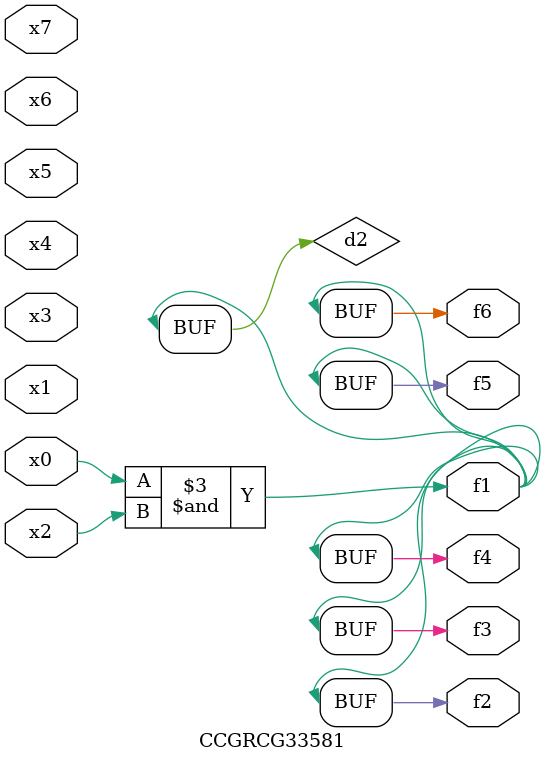
<source format=v>
module CCGRCG33581(
	input x0, x1, x2, x3, x4, x5, x6, x7,
	output f1, f2, f3, f4, f5, f6
);

	wire d1, d2;

	nor (d1, x3, x6);
	and (d2, x0, x2);
	assign f1 = d2;
	assign f2 = d2;
	assign f3 = d2;
	assign f4 = d2;
	assign f5 = d2;
	assign f6 = d2;
endmodule

</source>
